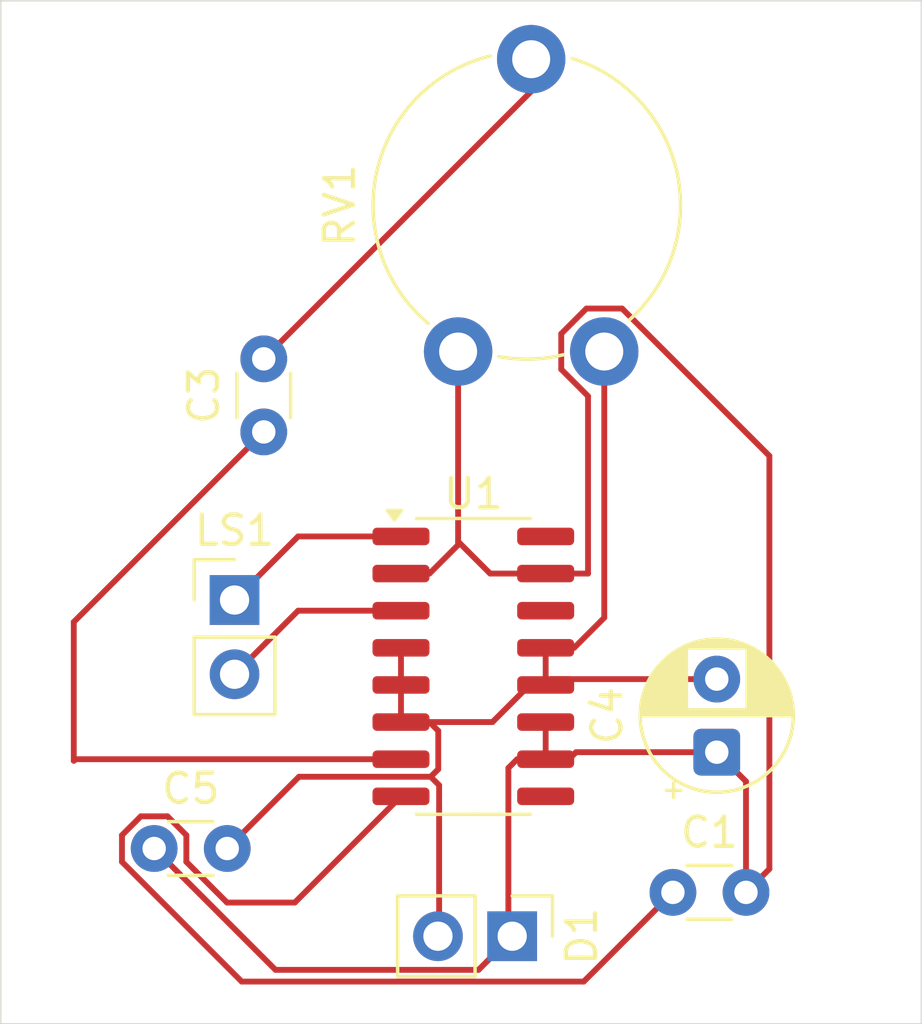
<source format=kicad_pcb>
(kicad_pcb (version 20241229) (generator "pcbnew") (generator_version "9.0")
  (layers (0 "F.Cu" signal) (2 "B.Cu" signal) (13 "F.Paste" user) (15 "B.Paste" user) (5 "F.SilkS" user "F.Silkscreen") (7 "B.SilkS" user "B.Silkscreen") (1 "F.Mask" user) (3 "B.Mask" user) (25 "Edge.Cuts" user))
  (net 0 "")
  (net 1 "Net-(U1-VREF)")
  (net 2 "GND")
  (net 3 "Net-(C3-Pad2)")
  (net 4 "Net-(U1-INL)")
  (net 5 "+5V")
  (net 6 "Net-(U1-LOUT-)")
  (net 7 "Net-(U1-LOUT+)")
  (footprint "Capacitor_THT:C_Disc_D3.0mm_W1.6mm_P2.50mm" (layer "F.Cu") (at 201 110.5)
    (property "Reference" "C1" (at 1.25 -2.05 0) (layer "F.SilkS"))
    (property "Value" "0.1uF")
    (fp_line (start 0.485 -0.92) (end 2.015 -0.92) (stroke (width 0.12)) (layer "F.SilkS"))
    (fp_line (start 2.015 0.92) (end 0.485 0.92) (stroke (width 0.12)) (layer "F.SilkS"))
    (pad "1" thru_hole circle (at 0 0) (size 1.6 1.6) (drill 0.8) (layers "*.Cu" "*.Mask") (net 1 "Net-(U1-VREF)"))
    (pad "2" thru_hole circle (at 2.5 0) (size 1.6 1.6) (drill 0.8) (layers "*.Cu" "*.Mask") (net 2 "GND"))
  )
  (footprint "Package_SO:SOIC-16_3.9x9.9mm_P1.27mm" (layer "F.Cu") (at 194.170225 102.77)
    (property "Reference" "U1" (at 0 -5.9 0) (layer "F.SilkS"))
    (property "Value" "PAM8403D")
    (fp_line (start 0 -5.06) (end -1.95 -5.06) (stroke (width 0.12)) (layer "F.SilkS"))
    (fp_line (start 0 -5.06) (end 1.95 -5.06) (stroke (width 0.12)) (layer "F.SilkS"))
    (fp_line (start 0 5.06) (end -1.95 5.06) (stroke (width 0.12)) (layer "F.SilkS"))
    (fp_line (start 0 5.06) (end 1.95 5.06) (stroke (width 0.12)) (layer "F.SilkS"))
    (fp_poly (pts (xy -2.7 -5.005) (xy -2.94 -5.335) (xy -2.46 -5.335)) (stroke (width 0.12)) (fill yes) (layer "F.SilkS"))
    (pad "1" smd roundrect (at -2.475 -4.445) (size 1.95 0.6) (layers "F.Cu" "F.Mask" "F.Paste") (net 7 "Net-(U1-LOUT+)"))
    (pad "2" smd roundrect (at -2.475 -3.175) (size 1.95 0.6) (layers "F.Cu" "F.Mask" "F.Paste") (net 2 "GND"))
    (pad "3" smd roundrect (at -2.475 -1.905) (size 1.95 0.6) (layers "F.Cu" "F.Mask" "F.Paste") (net 6 "Net-(U1-LOUT-)"))
    (pad "4" smd roundrect (at -2.475 -0.635) (size 1.95 0.6) (layers "F.Cu" "F.Mask" "F.Paste") (net 5 "+5V"))
    (pad "5" smd roundrect (at -2.475 0.635) (size 1.95 0.6) (layers "F.Cu" "F.Mask" "F.Paste") (net 5 "+5V"))
    (pad "6" smd roundrect (at -2.475 1.905) (size 1.95 0.6) (layers "F.Cu" "F.Mask" "F.Paste") (net 5 "+5V"))
    (pad "7" smd roundrect (at -2.475 3.175) (size 1.95 0.6) (layers "F.Cu" "F.Mask" "F.Paste") (net 4 "Net-(U1-INL)"))
    (pad "8" smd roundrect (at -2.475 4.445) (size 1.95 0.6) (layers "F.Cu" "F.Mask" "F.Paste") (net 1 "Net-(U1-VREF)"))
    (pad "9" smd roundrect (at 2.475 4.445) (size 1.95 0.6) (layers "F.Cu" "F.Mask" "F.Paste"))
    (pad "10" smd roundrect (at 2.475 3.175) (size 1.95 0.6) (layers "F.Cu" "F.Mask" "F.Paste") (net 2 "GND"))
    (pad "11" smd roundrect (at 2.475 1.905) (size 1.95 0.6) (layers "F.Cu" "F.Mask" "F.Paste") (net 2 "GND"))
    (pad "12" smd roundrect (at 2.475 0.635) (size 1.95 0.6) (layers "F.Cu" "F.Mask" "F.Paste") (net 5 "+5V"))
    (pad "13" smd roundrect (at 2.475 -0.635) (size 1.95 0.6) (layers "F.Cu" "F.Mask" "F.Paste") (net 5 "+5V"))
    (pad "14" smd roundrect (at 2.475 -1.905) (size 1.95 0.6) (layers "F.Cu" "F.Mask" "F.Paste"))
    (pad "15" smd roundrect (at 2.475 -3.175) (size 1.95 0.6) (layers "F.Cu" "F.Mask" "F.Paste") (net 2 "GND"))
    (pad "16" smd roundrect (at 2.475 -4.445) (size 1.95 0.6) (layers "F.Cu" "F.Mask" "F.Paste"))
  )
  (footprint "Connector_PinHeader_2.54mm:PinHeader_1x02_P2.54mm_Vertical" (layer "F.Cu") (at 186 100.5)
    (property "Reference" "LS1" (at 0 -2.38 0) (layer "F.SilkS"))
    (property "Value" "Speaker")
    (fp_line (start -1.38 -1.38) (end 0 -1.38) (stroke (width 0.12)) (layer "F.SilkS"))
    (fp_line (start -1.38 0) (end -1.38 -1.38) (stroke (width 0.12)) (layer "F.SilkS"))
    (fp_line (start -1.38 1.27) (end -1.38 3.92) (stroke (width 0.12)) (layer "F.SilkS"))
    (fp_line (start -1.38 1.27) (end 1.38 1.27) (stroke (width 0.12)) (layer "F.SilkS"))
    (fp_line (start -1.38 3.92) (end 1.38 3.92) (stroke (width 0.12)) (layer "F.SilkS"))
    (fp_line (start 1.38 1.27) (end 1.38 3.92) (stroke (width 0.12)) (layer "F.SilkS"))
    (pad "1" thru_hole rect (at 0 0) (size 1.7 1.7) (drill 1) (layers "*.Cu" "*.Mask") (net 7 "Net-(U1-LOUT+)"))
    (pad "2" thru_hole circle (at 0 2.54) (size 1.7 1.7) (drill 1) (layers "*.Cu" "*.Mask") (net 6 "Net-(U1-LOUT-)"))
  )
  (footprint "Potentiometer_THT:Potentiometer_Piher_PT-10-V10_Vertical" (layer "F.Cu") (at 198.65 92 90)
    (property "Reference" "RV1" (at 5 -9.05 90) (layer "F.SilkS"))
    (property "Value" "100k")
    (fp_arc (start 0.96 -6.019) (mid 6.188516 -7.774112) (end 10.11 -3.896) (stroke (width 0.12)) (layer "F.SilkS"))
    (fp_arc (start -0.108 -1.396) (mid -0.258003 -2.50009) (end -0.172 -3.611) (stroke (width 0.12)) (layer "F.SilkS"))
    (fp_arc (start 10.027 -1.1) (mid 6.134659 2.486075) (end 1.094 0.873) (stroke (width 0.12)) (layer "F.SilkS"))
    (pad "1" thru_hole circle (at 0 0 90) (size 2.34 2.34) (drill 1.3) (layers "*.Cu" "*.Mask") (net 5 "+5V"))
    (pad "2" thru_hole circle (at 10 -2.5 90) (size 2.34 2.34) (drill 1.3) (layers "*.Cu" "*.Mask") (net 3 "Net-(C3-Pad2)"))
    (pad "3" thru_hole circle (at 0 -5 90) (size 2.34 2.34) (drill 1.3) (layers "*.Cu" "*.Mask") (net 2 "GND"))
  )
  (footprint "Capacitor_THT:CP_Radial_D5.0mm_P2.50mm" (layer "F.Cu") (at 202.5 105.705113 90)
    (property "Reference" "C4" (at 1.25 -3.75 90) (layer "F.SilkS"))
    (property "Value" "10uF")
    (fp_line (start 1.29 -2.58) (end 1.29 2.58) (stroke (width 0.12)) (layer "F.SilkS"))
    (fp_line (start 1.25 -2.58) (end 1.25 2.58) (stroke (width 0.12)) (layer "F.SilkS"))
    (fp_line (start 1.33 -2.579) (end 1.33 2.579) (stroke (width 0.12)) (layer "F.SilkS"))
    (fp_line (start 1.37 -2.577) (end 1.37 2.577) (stroke (width 0.12)) (layer "F.SilkS"))
    (fp_line (start 1.41 -2.575) (end 1.41 2.575) (stroke (width 0.12)) (layer "F.SilkS"))
    (fp_line (start 1.45 -2.572) (end 1.45 2.572) (stroke (width 0.12)) (layer "F.SilkS"))
    (fp_line (start 1.49 -2.569) (end 1.49 -1.04) (stroke (width 0.12)) (layer "F.SilkS"))
    (fp_line (start 1.53 -2.565) (end 1.53 -1.04) (stroke (width 0.12)) (layer "F.SilkS"))
    (fp_line (start 1.57 -2.56) (end 1.57 -1.04) (stroke (width 0.12)) (layer "F.SilkS"))
    (fp_line (start 1.61 -2.555) (end 1.61 -1.04) (stroke (width 0.12)) (layer "F.SilkS"))
    (fp_line (start 1.65 -2.549) (end 1.65 -1.04) (stroke (width 0.12)) (layer "F.SilkS"))
    (fp_line (start 1.69 -2.543) (end 1.69 -1.04) (stroke (width 0.12)) (layer "F.SilkS"))
    (fp_line (start 1.73 -2.536) (end 1.73 -1.04) (stroke (width 0.12)) (layer "F.SilkS"))
    (fp_line (start 1.77 -2.528) (end 1.77 -1.04) (stroke (width 0.12)) (layer "F.SilkS"))
    (fp_line (start 1.81 -2.519) (end 1.81 -1.04) (stroke (width 0.12)) (layer "F.SilkS"))
    (fp_line (start 1.85 -2.51) (end 1.85 -1.04) (stroke (width 0.12)) (layer "F.SilkS"))
    (fp_line (start 1.89 -2.501) (end 1.89 -1.04) (stroke (width 0.12)) (layer "F.SilkS"))
    (fp_line (start 1.93 -2.49) (end 1.93 -1.04) (stroke (width 0.12)) (layer "F.SilkS"))
    (fp_line (start 1.97 -2.479) (end 1.97 -1.04) (stroke (width 0.12)) (layer "F.SilkS"))
    (fp_line (start 2.01 -2.467) (end 2.01 -1.04) (stroke (width 0.12)) (layer "F.SilkS"))
    (fp_line (start 2.05 -2.455) (end 2.05 -1.04) (stroke (width 0.12)) (layer "F.SilkS"))
    (fp_line (start 2.09 -2.442) (end 2.09 -1.04) (stroke (width 0.12)) (layer "F.SilkS"))
    (fp_line (start 2.13 -2.428) (end 2.13 -1.04) (stroke (width 0.12)) (layer "F.SilkS"))
    (fp_line (start 2.17 -2.413) (end 2.17 -1.04) (stroke (width 0.12)) (layer "F.SilkS"))
    (fp_line (start 2.21 -2.398) (end 2.21 -1.04) (stroke (width 0.12)) (layer "F.SilkS"))
    (fp_line (start 2.25 -2.382) (end 2.25 -1.04) (stroke (width 0.12)) (layer "F.SilkS"))
    (fp_line (start 2.29 -2.365) (end 2.29 -1.04) (stroke (width 0.12)) (layer "F.SilkS"))
    (fp_line (start 2.33 -2.347) (end 2.33 -1.04) (stroke (width 0.12)) (layer "F.SilkS"))
    (fp_line (start 2.37 -2.329) (end 2.37 -1.04) (stroke (width 0.12)) (layer "F.SilkS"))
    (fp_line (start 2.41 -2.309) (end 2.41 -1.04) (stroke (width 0.12)) (layer "F.SilkS"))
    (fp_line (start 2.45 -2.289) (end 2.45 -1.04) (stroke (width 0.12)) (layer "F.SilkS"))
    (fp_line (start 2.49 -2.268) (end 2.49 -1.04) (stroke (width 0.12)) (layer "F.SilkS"))
    (fp_line (start 2.53 -2.246) (end 2.53 -1.04) (stroke (width 0.12)) (layer "F.SilkS"))
    (fp_line (start 2.57 -2.223) (end 2.57 -1.04) (stroke (width 0.12)) (layer "F.SilkS"))
    (fp_line (start 2.61 -2.199) (end 2.61 -1.04) (stroke (width 0.12)) (layer "F.SilkS"))
    (fp_line (start 2.65 -2.175) (end 2.65 -1.04) (stroke (width 0.12)) (layer "F.SilkS"))
    (fp_line (start 2.69 -2.149) (end 2.69 -1.04) (stroke (width 0.12)) (layer "F.SilkS"))
    (fp_line (start 2.73 -2.122) (end 2.73 -1.04) (stroke (width 0.12)) (layer "F.SilkS"))
    (fp_line (start 2.77 -2.094) (end 2.77 -1.04) (stroke (width 0.12)) (layer "F.SilkS"))
    (fp_line (start 2.81 -2.065) (end 2.81 -1.04) (stroke (width 0.12)) (layer "F.SilkS"))
    (fp_line (start 2.85 -2.035) (end 2.85 -1.04) (stroke (width 0.12)) (layer "F.SilkS"))
    (fp_line (start 2.89 -2.003) (end 2.89 -1.04) (stroke (width 0.12)) (layer "F.SilkS"))
    (fp_line (start 2.93 -1.97) (end 2.93 -1.04) (stroke (width 0.12)) (layer "F.SilkS"))
    (fp_line (start 2.97 -1.936) (end 2.97 -1.04) (stroke (width 0.12)) (layer "F.SilkS"))
    (fp_line (start 3.01 -1.901) (end 3.01 -1.04) (stroke (width 0.12)) (layer "F.SilkS"))
    (fp_line (start 3.05 -1.864) (end 3.05 -1.04) (stroke (width 0.12)) (layer "F.SilkS"))
    (fp_line (start 3.09 -1.825) (end 3.09 -1.04) (stroke (width 0.12)) (layer "F.SilkS"))
    (fp_line (start 3.13 -1.785) (end 3.13 -1.04) (stroke (width 0.12)) (layer "F.SilkS"))
    (fp_line (start 3.17 -1.743) (end 3.17 -1.04) (stroke (width 0.12)) (layer "F.SilkS"))
    (fp_line (start -1.304775 -1.725) (end -1.304775 -1.225) (stroke (width 0.12)) (layer "F.SilkS"))
    (fp_line (start 3.21 -1.699) (end 3.21 -1.04) (stroke (width 0.12)) (layer "F.SilkS"))
    (fp_line (start 3.25 -1.652) (end 3.25 -1.04) (stroke (width 0.12)) (layer "F.SilkS"))
    (fp_line (start 3.29 -1.604) (end 3.29 -1.04) (stroke (width 0.12)) (layer "F.SilkS"))
    (fp_line (start 3.33 -1.553) (end 3.33 -1.04) (stroke (width 0.12)) (layer "F.SilkS"))
    (fp_line (start 3.37 -1.499) (end 3.37 -1.04) (stroke (width 0.12)) (layer "F.SilkS"))
    (fp_line (start -1.554775 -1.475) (end -1.054775 -1.475) (stroke (width 0.12)) (layer "F.SilkS"))
    (fp_line (start 3.41 -1.443) (end 3.41 -1.04) (stroke (width 0.12)) (layer "F.SilkS"))
    (fp_line (start 3.45 -1.383) (end 3.45 -1.04) (stroke (width 0.12)) (layer "F.SilkS"))
    (fp_line (start 3.49 -1.319) (end 3.49 -1.04) (stroke (width 0.12)) (layer "F.SilkS"))
    (fp_line (start 3.53 -1.251) (end 3.53 -1.04) (stroke (width 0.12)) (layer "F.SilkS"))
    (fp_line (start 3.57 -1.177) (end 3.57 1.177) (stroke (width 0.12)) (layer "F.SilkS"))
    (fp_line (start 3.61 -1.098) (end 3.61 1.098) (stroke (width 0.12)) (layer "F.SilkS"))
    (fp_line (start 3.65 -1.011) (end 3.65 1.011) (stroke (width 0.12)) (layer "F.SilkS"))
    (fp_line (start 3.69 -0.914) (end 3.69 0.914) (stroke (width 0.12)) (layer "F.SilkS"))
    (fp_line (start 3.73 -0.805) (end 3.73 0.805) (stroke (width 0.12)) (layer "F.SilkS"))
    (fp_line (start 3.77 -0.677) (end 3.77 0.677) (stroke (width 0.12)) (layer "F.SilkS"))
    (fp_line (start 3.81 -0.517) (end 3.81 0.517) (stroke (width 0.12)) (layer "F.SilkS"))
    (fp_line (start 3.85 -0.283) (end 3.85 0.283) (stroke (width 0.12)) (layer "F.SilkS"))
    (fp_line (start 3.53 1.04) (end 3.53 1.251) (stroke (width 0.12)) (layer "F.SilkS"))
    (fp_line (start 3.49 1.04) (end 3.49 1.319) (stroke (width 0.12)) (layer "F.SilkS"))
    (fp_line (start 3.45 1.04) (end 3.45 1.383) (stroke (width 0.12)) (layer "F.SilkS"))
    (fp_line (start 3.41 1.04) (end 3.41 1.443) (stroke (width 0.12)) (layer "F.SilkS"))
    (fp_line (start 3.37 1.04) (end 3.37 1.499) (stroke (width 0.12)) (layer "F.SilkS"))
    (fp_line (start 3.33 1.04) (end 3.33 1.553) (stroke (width 0.12)) (layer "F.SilkS"))
    (fp_line (start 3.29 1.04) (end 3.29 1.604) (stroke (width 0.12)) (layer "F.SilkS"))
    (fp_line (start 3.25 1.04) (end 3.25 1.652) (stroke (width 0.12)) (layer "F.SilkS"))
    (fp_line (start 3.21 1.04) (end 3.21 1.699) (stroke (width 0.12)) (layer "F.SilkS"))
    (fp_line (start 3.17 1.04) (end 3.17 1.743) (stroke (width 0.12)) (layer "F.SilkS"))
    (fp_line (start 3.13 1.04) (end 3.13 1.785) (stroke (width 0.12)) (layer "F.SilkS"))
    (fp_line (start 3.09 1.04) (end 3.09 1.825) (stroke (width 0.12)) (layer "F.SilkS"))
    (fp_line (start 3.05 1.04) (end 3.05 1.864) (stroke (width 0.12)) (layer "F.SilkS"))
    (fp_line (start 3.01 1.04) (end 3.01 1.901) (stroke (width 0.12)) (layer "F.SilkS"))
    (fp_line (start 2.97 1.04) (end 2.97 1.936) (stroke (width 0.12)) (layer "F.SilkS"))
    (fp_line (start 2.93 1.04) (end 2.93 1.97) (stroke (width 0.12)) (layer "F.SilkS"))
    (fp_line (start 2.89 1.04) (end 2.89 2.003) (stroke (width 0.12)) (layer "F.SilkS"))
    (fp_line (start 2.85 1.04) (end 2.85 2.035) (stroke (width 0.12)) (layer "F.SilkS"))
    (fp_line (start 2.81 1.04) (end 2.81 2.065) (stroke (width 0.12)) (layer "F.SilkS"))
    (fp_line (start 2.77 1.04) (end 2.77 2.094) (stroke (width 0.12)) (layer "F.SilkS"))
    (fp_line (start 2.73 1.04) (end 2.73 2.122) (stroke (width 0.12)) (layer "F.SilkS"))
    (fp_line (start 2.69 1.04) (end 2.69 2.149) (stroke (width 0.12)) (layer "F.SilkS"))
    (fp_line (start 2.65 1.04) (end 2.65 2.175) (stroke (width 0.12)) (layer "F.SilkS"))
    (fp_line (start 2.61 1.04) (end 2.61 2.199) (stroke (width 0.12)) (layer "F.SilkS"))
    (fp_line (start 2.57 1.04) (end 2.57 2.223) (stroke (width 0.12)) (layer "F.SilkS"))
    (fp_line (start 2.53 1.04) (end 2.53 2.246) (stroke (width 0.12)) (layer "F.SilkS"))
    (fp_line (start 2.49 1.04) (end 2.49 2.268) (stroke (width 0.12)) (layer "F.SilkS"))
    (fp_line (start 2.45 1.04) (end 2.45 2.289) (stroke (width 0.12)) (layer "F.SilkS"))
    (fp_line (start 2.41 1.04) (end 2.41 2.309) (stroke (width 0.12)) (layer "F.SilkS"))
    (fp_line (start 2.37 1.04) (end 2.37 2.329) (stroke (width 0.12)) (layer "F.SilkS"))
    (fp_line (start 2.33 1.04) (end 2.33 2.347) (stroke (width 0.12)) (layer "F.SilkS"))
    (fp_line (start 2.29 1.04) (end 2.29 2.365) (stroke (width 0.12)) (layer "F.SilkS"))
    (fp_line (start 2.25 1.04) (end 2.25 2.382) (stroke (width 0.12)) (layer "F.SilkS"))
    (fp_line (start 2.21 1.04) (end 2.21 2.398) (stroke (width 0.12)) (layer "F.SilkS"))
    (fp_line (start 2.17 1.04) (end 2.17 2.413) (stroke (width 0.12)) (layer "F.SilkS"))
    (fp_line (start 2.13 1.04) (end 2.13 2.428) (stroke (width 0.12)) (layer "F.SilkS"))
    (fp_line (start 2.09 1.04) (end 2.09 2.442) (stroke (width 0.12)) (layer "F.SilkS"))
    (fp_line (start 2.05 1.04) (end 2.05 2.455) (stroke (width 0.12)) (layer "F.SilkS"))
    (fp_line (start 2.01 1.04) (end 2.01 2.467) (stroke (width 0.12)) (layer "F.SilkS"))
    (fp_line (start 1.97 1.04) (end 1.97 2.479) (stroke (width 0.12)) (layer "F.SilkS"))
    (fp_line (start 1.93 1.04) (end 1.93 2.49) (stroke (width 0.12)) (layer "F.SilkS"))
    (fp_line (start 1.89 1.04) (end 1.89 2.501) (stroke (width 0.12)) (layer "F.SilkS"))
    (fp_line (start 1.85 1.04) (end 1.85 2.51) (stroke (width 0.12)) (layer "F.SilkS"))
    (fp_line (start 1.81 1.04) (end 1.81 2.519) (stroke (width 0.12)) (layer "F.SilkS"))
    (fp_line (start 1.77 1.04) (end 1.77 2.528) (stroke (width 0.12)) (layer "F.SilkS"))
    (fp_line (start 1.73 1.04) (end 1.73 2.536) (stroke (width 0.12)) (layer "F.SilkS"))
    (fp_line (start 1.69 1.04) (end 1.69 2.543) (stroke (width 0.12)) (layer "F.SilkS"))
    (fp_line (start 1.65 1.04) (end 1.65 2.549) (stroke (width 0.12)) (layer "F.SilkS"))
    (fp_line (start 1.61 1.04) (end 1.61 2.555) (stroke (width 0.12)) (layer "F.SilkS"))
    (fp_line (start 1.57 1.04) (end 1.57 2.56) (stroke (width 0.12)) (layer "F.SilkS"))
    (fp_line (start 1.53 1.04) (end 1.53 2.565) (stroke (width 0.12)) (layer "F.SilkS"))
    (fp_line (start 1.49 1.04) (end 1.49 2.569) (stroke (width 0.12)) (layer "F.SilkS"))
    (fp_circle (center 1.25 0) (end 3.87 0) (stroke (width 0.12)) (fill no) (layer "F.SilkS"))
    (pad "1" thru_hole roundrect (at 0 0 90) (size 1.6 1.6) (drill 0.8) (layers "*.Cu" "*.Mask") (roundrect_rratio 0.15625) (net 2 "GND"))
    (pad "2" thru_hole circle (at 2.5 0 90) (size 1.6 1.6) (drill 0.8) (layers "*.Cu" "*.Mask") (net 5 "+5V"))
  )
  (footprint "Capacitor_THT:C_Disc_D3.0mm_W1.6mm_P2.50mm" (layer "F.Cu") (at 187 94.75 90)
    (property "Reference" "C3" (at 1.25 -2.05 90) (layer "F.SilkS"))
    (property "Value" "1uF")
    (fp_line (start 0.485 -0.92) (end 2.015 -0.92) (stroke (width 0.12)) (layer "F.SilkS"))
    (fp_line (start 2.015 0.92) (end 0.485 0.92) (stroke (width 0.12)) (layer "F.SilkS"))
    (pad "1" thru_hole circle (at 0 0 90) (size 1.6 1.6) (drill 0.8) (layers "*.Cu" "*.Mask") (net 4 "Net-(U1-INL)"))
    (pad "2" thru_hole circle (at 2.5 0 90) (size 1.6 1.6) (drill 0.8) (layers "*.Cu" "*.Mask") (net 3 "Net-(C3-Pad2)"))
  )
  (footprint "Connector_PinHeader_2.54mm:PinHeader_1x02_P2.54mm_Vertical" (layer "F.Cu") (at 195.5 112 -90)
    (property "Reference" "D1" (at 0 -2.38 90) (layer "F.SilkS"))
    (property "Value" "D")
    (fp_line (start -1.38 3.92) (end 1.38 3.92) (stroke (width 0.12)) (layer "F.SilkS"))
    (fp_line (start -1.38 1.27) (end -1.38 3.92) (stroke (width 0.12)) (layer "F.SilkS"))
    (fp_line (start -1.38 1.27) (end 1.38 1.27) (stroke (width 0.12)) (layer "F.SilkS"))
    (fp_line (start 1.38 1.27) (end 1.38 3.92) (stroke (width 0.12)) (layer "F.SilkS"))
    (fp_line (start -1.38 0) (end -1.38 -1.38) (stroke (width 0.12)) (layer "F.SilkS"))
    (fp_line (start -1.38 -1.38) (end 0 -1.38) (stroke (width 0.12)) (layer "F.SilkS"))
    (pad "1" thru_hole rect (at 0 0 270) (size 1.7 1.7) (drill 1) (layers "*.Cu" "*.Mask") (net 2 "GND"))
    (pad "2" thru_hole circle (at 0 2.54 270) (size 1.7 1.7) (drill 1) (layers "*.Cu" "*.Mask") (net 5 "+5V"))
  )
  (footprint "Capacitor_THT:C_Disc_D3.0mm_W1.6mm_P2.50mm" (layer "F.Cu") (at 183.25 109)
    (property "Reference" "C5" (at 1.25 -2.05 0) (layer "F.SilkS"))
    (property "Value" "0.1uF")
    (fp_line (start 0.485 -0.92) (end 2.015 -0.92) (stroke (width 0.12)) (layer "F.SilkS"))
    (fp_line (start 2.015 0.92) (end 0.485 0.92) (stroke (width 0.12)) (layer "F.SilkS"))
    (pad "1" thru_hole circle (at 0 0) (size 1.6 1.6) (drill 0.8) (layers "*.Cu" "*.Mask") (net 2 "GND"))
    (pad "2" thru_hole circle (at 2.5 0) (size 1.6 1.6) (drill 0.8) (layers "*.Cu" "*.Mask") (net 5 "+5V"))
  )
  (gr_rect (start 178 80) (end 209.5 115) (stroke (width 0.05)) (fill no) (layer "Edge.Cuts"))
  (segment (start 182.149 109.45605) (end 182.149 108.54395) (width 0.2) (layer "F.Cu") (net 1))
  (segment (start 197.948 113.552) (end 186.24495 113.552) (width 0.2) (layer "F.Cu") (net 1))
  (segment (start 201 110.5) (end 197.948 113.552) (width 0.2) (layer "F.Cu") (net 1))
  (segment (start 188.061225 110.849) (end 191.695225 107.215) (width 0.2) (layer "F.Cu") (net 1))
  (segment (start 182.149 108.54395) (end 182.79395 107.899) (width 0.2) (layer "F.Cu") (net 1))
  (segment (start 182.79395 107.899) (end 183.70605 107.899) (width 0.2) (layer "F.Cu") (net 1))
  (segment (start 186.24495 113.552) (end 182.149 109.45605) (width 0.2) (layer "F.Cu") (net 1))
  (segment (start 185.74395 110.849) (end 188.061225 110.849) (width 0.2) (layer "F.Cu") (net 1))
  (segment (start 184.351 108.54395) (end 184.351 109.45605) (width 0.2) (layer "F.Cu") (net 1))
  (segment (start 184.351 109.45605) (end 185.74395 110.849) (width 0.2) (layer "F.Cu") (net 1))
  (segment (start 183.70605 107.899) (end 184.351 108.54395) (width 0.2) (layer "F.Cu") (net 1))
  (segment (start 194.349 113.151) (end 187.401 113.151) (width 0.2) (layer "F.Cu") (net 2))
  (segment (start 199.259309 90.529) (end 204.299999 95.56969) (width 0.2) (layer "F.Cu") (net 2))
  (segment (start 196.645225 99.595) (end 194.745 99.595) (width 0.2) (layer "F.Cu") (net 2))
  (segment (start 192.670224 99.595) (end 193.65 98.615224) (width 0.2) (layer "F.Cu") (net 2))
  (segment (start 195.369225 106.246001) (end 195.670226 105.945) (width 0.2) (layer "F.Cu") (net 2))
  (segment (start 194.745 99.595) (end 193.65 98.5) (width 0.2) (layer "F.Cu") (net 2))
  (segment (start 195.5 112) (end 194.349 113.151) (width 0.2) (layer "F.Cu") (net 2))
  (segment (start 198.095 93.525309) (end 197.179 92.609309) (width 0.2) (layer "F.Cu") (net 2))
  (segment (start 197.684887 105.705113) (end 202.5 105.705113) (width 0.2) (layer "F.Cu") (net 2))
  (segment (start 196.645225 105.945) (end 197.445 105.945) (width 0.2) (layer "F.Cu") (net 2))
  (segment (start 193.65 98.615224) (end 193.65 98.5) (width 0.2) (layer "F.Cu") (net 2))
  (segment (start 196.645225 99.595) (end 198.095 99.595) (width 0.2) (layer "F.Cu") (net 2))
  (segment (start 203.5 110.5) (end 203.5 106.705113) (width 0.2) (layer "F.Cu") (net 2))
  (segment (start 198.095 99.595) (end 198.095 93.525309) (width 0.2) (layer "F.Cu") (net 2))
  (segment (start 204.299999 109.700001) (end 203.5 110.5) (width 0.2) (layer "F.Cu") (net 2))
  (segment (start 195.5 112) (end 195.369225 111.869225) (width 0.2) (layer "F.Cu") (net 2))
  (segment (start 195.670226 105.945) (end 196.645225 105.945) (width 0.2) (layer "F.Cu") (net 2))
  (segment (start 193.65 98.5) (end 193.65 92) (width 0.2) (layer "F.Cu") (net 2))
  (segment (start 203.5 106.705113) (end 202.5 105.705113) (width 0.2) (layer "F.Cu") (net 2))
  (segment (start 191.695225 99.595) (end 192.670224 99.595) (width 0.2) (layer "F.Cu") (net 2))
  (segment (start 196.645225 105.945) (end 196.645225 104.675) (width 0.2) (layer "F.Cu") (net 2))
  (segment (start 197.179 92.609309) (end 197.179 91.390691) (width 0.2) (layer "F.Cu") (net 2))
  (segment (start 204.299999 95.56969) (end 204.299999 109.700001) (width 0.2) (layer "F.Cu") (net 2))
  (segment (start 197.179 91.390691) (end 198.040691 90.529) (width 0.2) (layer "F.Cu") (net 2))
  (segment (start 198.040691 90.529) (end 199.259309 90.529) (width 0.2) (layer "F.Cu") (net 2))
  (segment (start 197.445 105.945) (end 197.684887 105.705113) (width 0.2) (layer "F.Cu") (net 2))
  (segment (start 195.369225 111.869225) (end 195.369225 106.246001) (width 0.2) (layer "F.Cu") (net 2))
  (segment (start 187.401 113.151) (end 183.25 109) (width 0.2) (layer "F.Cu") (net 2))
  (segment (start 187 92.25) (end 196.15 83.1) (width 0.2) (layer "F.Cu") (net 3))
  (segment (start 196.15 83.1) (end 196.15 82) (width 0.2) (layer "F.Cu") (net 3))
  (segment (start 180.5 106) (end 180.5 101.25) (width 0.2) (layer "F.Cu") (net 4))
  (segment (start 180.555 105.945) (end 180.5 106) (width 0.2) (layer "F.Cu") (net 4))
  (segment (start 191.695225 105.945) (end 180.555 105.945) (width 0.2) (layer "F.Cu") (net 4))
  (segment (start 180.5 101.25) (end 187 94.75) (width 0.2) (layer "F.Cu") (net 4))
  (segment (start 191.695225 102.135) (end 191.695225 103.405) (width 0.2) (layer "F.Cu") (net 5))
  (segment (start 197.620224 102.135) (end 196.645225 102.135) (width 0.2) (layer "F.Cu") (net 5))
  (segment (start 192.971225 104.976001) (end 192.670224 104.675) (width 0.2) (layer "F.Cu") (net 5))
  (segment (start 192.96 112) (end 193 111.96) (width 0.2) (layer "F.Cu") (net 5))
  (segment (start 198.65 101.105224) (end 197.620224 102.135) (width 0.2) (layer "F.Cu") (net 5))
  (segment (start 188.204 106.546) (end 192.711193 106.546) (width 0.2) (layer "F.Cu") (net 5))
  (segment (start 194.825 104.675) (end 191.695225 104.675) (width 0.2) (layer "F.Cu") (net 5))
  (segment (start 196.095 103.405) (end 194.825 104.675) (width 0.2) (layer "F.Cu") (net 5))
  (segment (start 202.5 103.205113) (end 196.845112 103.205113) (width 0.2) (layer "F.Cu") (net 5))
  (segment (start 193 111.96) (end 193 106.834807) (width 0.2) (layer "F.Cu") (net 5))
  (segment (start 196.645225 103.405) (end 196.095 103.405) (width 0.2) (layer "F.Cu") (net 5))
  (segment (start 196.645225 102.135) (end 196.645225 103.405) (width 0.2) (layer "F.Cu") (net 5))
  (segment (start 196.845112 103.205113) (end 196.645225 103.405) (width 0.2) (layer "F.Cu") (net 5))
  (segment (start 193 106.834807) (end 192.711193 106.546) (width 0.2) (layer "F.Cu") (net 5))
  (segment (start 192.971225 106.285968) (end 192.971225 104.976001) (width 0.2) (layer "F.Cu") (net 5))
  (segment (start 192.711193 106.546) (end 192.971225 106.285968) (width 0.2) (layer "F.Cu") (net 5))
  (segment (start 192.670224 104.675) (end 191.695225 104.675) (width 0.2) (layer "F.Cu") (net 5))
  (segment (start 198.65 92) (end 198.65 101.105224) (width 0.2) (layer "F.Cu") (net 5))
  (segment (start 196.645225 103.405) (end 196.5 103.405) (width 0.2) (layer "F.Cu") (net 5))
  (segment (start 185.75 109) (end 188.204 106.546) (width 0.2) (layer "F.Cu") (net 5))
  (segment (start 191.695225 104.675) (end 191.695225 103.405) (width 0.2) (layer "F.Cu") (net 5))
  (segment (start 188.175 100.865) (end 191.695225 100.865) (width 0.2) (layer "F.Cu") (net 6))
  (segment (start 186 103.04) (end 188.175 100.865) (width 0.2) (layer "F.Cu") (net 6))
  (segment (start 186 100.5) (end 188.175 98.325) (width 0.2) (layer "F.Cu") (net 7))
  (segment (start 188.175 98.325) (end 191.695225 98.325) (width 0.2) (layer "F.Cu") (net 7))
)
</source>
